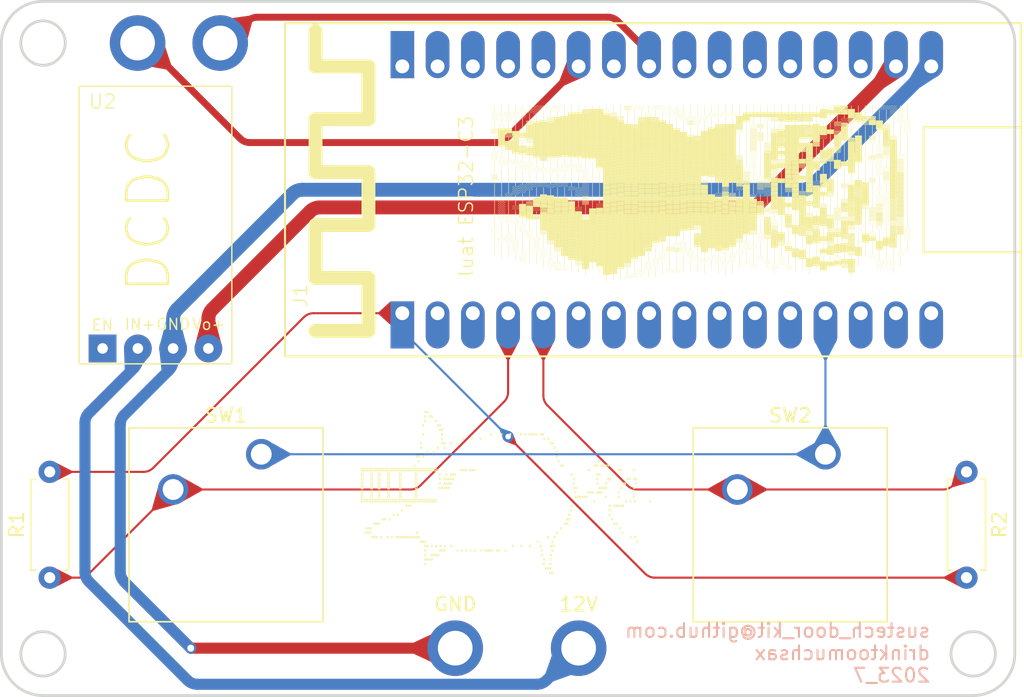
<source format=kicad_pcb>
(kicad_pcb (version 20221018) (generator pcbnew)
  (title_block (title "sustech_door_kit-inModule") (date "2023-07-04") (company "drinktoomuchsax"))
  (layers (0 "F.Cu" signal) (31 "B.Cu" signal) (34 "B.Paste" user) (35 "F.Paste" user) (36 "B.SilkS" user "B.Silkscreen") (37 "F.SilkS" user "F.Silkscreen") (38 "B.Mask" user) (39 "F.Mask" user) (44 "Edge.Cuts" user))
  (net 0 "")
  (net 25 "Net-(J1-GND-Pad1)")
  (net 26 "Net-(J1-GPIO12)")
  (net 27 "Net-(J1-GPIO18)")
  (net 28 "Net-(J1-3V3-Pad13)")
  (net 29 "/lock")
  (net 30 "/open")
  (net 32 "Net-(U2-VO+)")
  (net 33 "Net-(U2-GND)")
  (net 34 "/12v")
  (footprint "Button_Switch_Keyboard:SW_Cherry_MX_1.00u_Plate" (layer "F.Cu") (at 114.3 60.96)
    (fp_text reference "SW2" (at -2.54 -2.794) (layer "F.SilkS"))
    (fp_text value "SW_DIP_x01")
    (fp_line (start -9.525 -1.905) (end 4.445 -1.905) (stroke (width 0.12)) (layer "F.SilkS"))
    (fp_line (start -9.525 12.065) (end -9.525 -1.905) (stroke (width 0.12)) (layer "F.SilkS"))
    (fp_line (start 4.445 -1.905) (end 4.445 12.065) (stroke (width 0.12)) (layer "F.SilkS"))
    (fp_line (start 4.445 12.065) (end -9.525 12.065) (stroke (width 0.12)) (layer "F.SilkS"))
    (pad "" np_thru_hole circle (at -2.54 5.08) (size 4 4) (drill 4) (layers "*.Cu" "*.Mask"))
    (pad "1" thru_hole circle (at 0 0) (size 2.2 2.2) (drill 1.5) (layers "*.Cu" "*.Mask") (net 28 "Net-(J1-3V3-Pad13)"))
    (pad "2" thru_hole circle (at -6.35 2.54) (size 2.2 2.2) (drill 1.5) (layers "*.Cu" "*.Mask") (net 27 "Net-(J1-GPIO18)"))
  )
  (footprint "My_hole:R4R2.5" (layer "F.Cu") (at 64.75 31.34)
    (fp_text reference "REF**" hide)
    (fp_text value "R4R2.5" hide)
    (pad "1" thru_hole circle (at 0 0 180) (size 4 4) (drill 2.5) (layers "*.Cu" "*.Mask") (net 29 "/lock"))
  )
  (footprint "Resistor_THT:R_Axial_DIN0207_L6.3mm_D2.5mm_P7.62mm_Horizontal" (layer "F.Cu") (at 58.42 69.85 90)
    (fp_text reference "R1" (at 3.81 -2.37 90) (layer "F.SilkS"))
    (fp_text value "1M")
    (fp_line (start 0.54 -1.37) (end 7.08 -1.37) (stroke (width 0.12)) (layer "F.SilkS"))
    (fp_line (start 0.54 -1.04) (end 0.54 -1.37) (stroke (width 0.12)) (layer "F.SilkS"))
    (fp_line (start 0.54 1.04) (end 0.54 1.37) (stroke (width 0.12)) (layer "F.SilkS"))
    (fp_line (start 0.54 1.37) (end 7.08 1.37) (stroke (width 0.12)) (layer "F.SilkS"))
    (fp_line (start 7.08 -1.37) (end 7.08 -1.04) (stroke (width 0.12)) (layer "F.SilkS"))
    (fp_line (start 7.08 1.37) (end 7.08 1.04) (stroke (width 0.12)) (layer "F.SilkS"))
    (pad "1" thru_hole circle (at 0 0 90) (size 1.6 1.6) (drill 0.8) (layers "*.Cu" "*.Mask") (net 26 "Net-(J1-GPIO12)"))
    (pad "2" thru_hole oval (at 7.62 0 90) (size 1.6 1.6) (drill 0.8) (layers "*.Cu" "*.Mask") (net 25 "Net-(J1-GND-Pad1)"))
  )
  (footprint "My_hole:R4R2.5" (layer "F.Cu") (at 70.7 31.34)
    (fp_text reference "REF**" hide)
    (fp_text value "R4R2.5" hide)
    (pad "1" thru_hole circle (at 0 0 180) (size 4 4) (drill 2.5) (layers "*.Cu" "*.Mask") (net 30 "/open"))
  )
  (footprint "My_hole:R4R2.5" (layer "F.Cu") (at 96.520707 74.929293)
    (fp_text reference "REF**" hide)
    (fp_text value "R4R2.5" hide)
    (pad "1" thru_hole circle (at 0 0 180) (size 4 4) (drill 2.5) (layers "*.Cu" "*.Mask") (net 34 "/12v"))
  )
  (footprint "Resistor_THT:R_Axial_DIN0207_L6.3mm_D2.5mm_P7.62mm_Horizontal" (layer "F.Cu") (at 124.46 62.23 -90)
    (fp_text reference "R2" (at 3.81 -2.37 90) (layer "F.SilkS"))
    (fp_text value "1M")
    (fp_line (start 0.54 -1.37) (end 7.08 -1.37) (stroke (width 0.12)) (layer "F.SilkS"))
    (fp_line (start 0.54 -1.04) (end 0.54 -1.37) (stroke (width 0.12)) (layer "F.SilkS"))
    (fp_line (start 0.54 1.04) (end 0.54 1.37) (stroke (width 0.12)) (layer "F.SilkS"))
    (fp_line (start 0.54 1.37) (end 7.08 1.37) (stroke (width 0.12)) (layer "F.SilkS"))
    (fp_line (start 7.08 -1.37) (end 7.08 -1.04) (stroke (width 0.12)) (layer "F.SilkS"))
    (fp_line (start 7.08 1.37) (end 7.08 1.04) (stroke (width 0.12)) (layer "F.SilkS"))
    (pad "1" thru_hole circle (at 0 0 270) (size 1.6 1.6) (drill 0.8) (layers "*.Cu" "*.Mask") (net 27 "Net-(J1-GPIO18)"))
    (pad "2" thru_hole oval (at 7.62 0 270) (size 1.6 1.6) (drill 0.8) (layers "*.Cu" "*.Mask") (net 25 "Net-(J1-GND-Pad1)"))
  )
  (footprint "My_hole:R4R2.5" (layer "F.Cu") (at 87.631 74.93)
    (fp_text reference "REF**" hide)
    (fp_text value "R4R2.5" hide)
    (pad "1" thru_hole circle (at 0 0 180) (size 4 4) (drill 2.5) (layers "*.Cu" "*.Mask") (net 33 "Net-(U2-GND)"))
  )
  (footprint "MydevBoard:luat-esp32-c3-devBoard" (layer "F.Cu") (at 128.37 41.91 90)
    (fp_text reference "J1" (at -7.62 -51.9 90 unlocked) (layer "F.SilkS") (effects (font (thickness 0.1))))
    (fp_text value "luat-esp32-c3_socket")
    (fp_text user "luat ESP32-C3" (at -6.35 -39.37 90 unlocked) (layer "F.SilkS") (effects (font (thickness 0.1)) (justify left bottom)))
    (fp_line (start -12 -53) (end -12 0) (stroke (width 0.15)) (layer "F.SilkS"))
    (fp_line (start -12 -53) (end 12 -53) (stroke (width 0.15)) (layer "F.SilkS"))
    (fp_line (start -12 0) (end -5.08 0) (stroke (width 0.15)) (layer "F.SilkS"))
    (fp_line (start -10.16 -50.8) (end -10.16 -46.99) (stroke (width 1)) (layer "F.SilkS"))
    (fp_line (start -10.16 -46.99) (end -6.35 -46.99) (stroke (width 1)) (layer "F.SilkS"))
    (fp_line (start -6.35 -50.8) (end -2.54 -50.8) (stroke (width 1)) (layer "F.SilkS"))
    (fp_line (start -6.35 -46.99) (end -6.35 -50.8) (stroke (width 1)) (layer "F.SilkS"))
    (fp_line (start -5.08 0) (end -3.81 0) (stroke (width 0.15)) (layer "F.SilkS"))
    (fp_line (start -2.54 -50.8) (end -2.54 -46.99) (stroke (width 1)) (layer "F.SilkS"))
    (fp_line (start -2.54 -46.99) (end 1.27 -46.99) (stroke (width 1)) (layer "F.SilkS"))
    (fp_line (start 1.27 -50.8) (end 5.08 -50.8) (stroke (width 1)) (layer "F.SilkS"))
    (fp_line (start 1.27 -46.99) (end 1.27 -50.8) (stroke (width 1)) (layer "F.SilkS"))
    (fp_line (start 5.08 -50.8) (end 5.08 -46.99) (stroke (width 1)) (layer "F.SilkS"))
    (fp_line (start 5.08 -46.99) (end 8.89 -46.99) (stroke (width 1)) (layer "F.SilkS"))
    (fp_line (start 5.08 0) (end 3.81 0) (stroke (width 0.15)) (layer "F.SilkS"))
    (fp_line (start 8.89 -50.8) (end 11.43 -50.8) (stroke (width 1)) (layer "F.SilkS"))
    (fp_line (start 8.89 -46.99) (end 8.89 -50.8) (stroke (width 1)) (layer "F.SilkS"))
    (fp_line (start 12 -53) (end 12 0) (stroke (width 0.15)) (layer "F.SilkS"))
    (fp_line (start 12 0) (end 5.08 0) (stroke (width 0.15)) (layer "F.SilkS"))
    (fp_rect (start -4.5 -7) (end 4.5 0) (stroke (width 0.15)) (fill none) (layer "F.SilkS"))
    (pad "1" thru_hole rect (at -8.89 -44.55 90) (size 3.39 1.7) (drill 1 (offset -0.845 0)) (layers "*.Cu" "*.Mask") (net 25 "Net-(J1-GND-Pad1)"))
    (pad "2" thru_hole oval (at -8.89 -42.01 90) (size 3.39 1.7) (drill 1 (offset -0.845 0)) (layers "*.Cu" "*.Mask"))
    (pad "3" thru_hole oval (at -8.89 -39.47 90) (size 3.39 1.7) (drill 1 (offset -0.845 0)) (layers "*.Cu" "*.Mask"))
    (pad "4" thru_hole oval (at -8.89 -36.93 90) (size 3.39 1.7) (drill 1 (offset -0.845 0)) (layers "*.Cu" "*.Mask") (net 26 "Net-(J1-GPIO12)"))
    (pad "5" thru_hole oval (at -8.89 -34.39 90) (size 3.39 1.7) (drill 1 (offset -0.845 0)) (layers "*.Cu" "*.Mask") (net 27 "Net-(J1-GPIO18)"))
    (pad "6" thru_hole oval (at -8.89 -31.85 90) (size 3.39 1.7) (drill 1 (offset -0.845 0)) (layers "*.Cu" "*.Mask"))
    (pad "7" thru_hole oval (at -8.89 -29.31 90) (size 3.39 1.7) (drill 1 (offset -0.845 0)) (layers "*.Cu" "*.Mask"))
    (pad "8" thru_hole oval (at -8.89 -26.77 90) (size 3.39 1.7) (drill 1 (offset -0.845 0)) (layers "*.Cu" "*.Mask"))
    (pad "9" thru_hole oval (at -8.89 -24.23 90) (size 3.39 1.7) (drill 1 (offset -0.845 0)) (layers "*.Cu" "*.Mask"))
    (pad "10" thru_hole oval (at -8.89 -21.69 90) (size 3.39 1.7) (drill 1 (offset -0.845 0)) (layers "*.Cu" "*.Mask"))
    (pad "11" thru_hole oval (at -8.89 -19.15 90) (size 3.39 1.7) (drill 1 (offset -0.845 0)) (layers "*.Cu" "*.Mask"))
    (pad "12" thru_hole oval (at -8.89 -16.61 90) (size 3.39 1.7) (drill 1 (offset -0.845 0)) (layers "*.Cu" "*.Mask"))
    (pad "13" thru_hole oval (at -8.89 -14.07 90) (size 3.39 1.7) (drill 1 (offset -0.845 0)) (layers "*.Cu" "*.Mask") (net 28 "Net-(J1-3V3-Pad13)"))
    (pad "14" thru_hole oval (at -8.89 -11.53 90) (size 3.39 1.7) (drill 1 (offset -0.845 0)) (layers "*.Cu" "*.Mask"))
    (pad "15" thru_hole oval (at -8.89 -8.99 90) (size 3.39 1.7) (drill 1 (offset -0.845 0)) (layers "*.Cu" "*.Mask"))
    (pad "16" thru_hole oval (at -8.89 -6.45 90) (size 3.39 1.7) (drill 1 (offset -0.845 0)) (layers "*.Cu" "*.Mask"))
    (pad "17" thru_hole rect (at 8.89 -44.55 90) (size 3.39 1.7) (drill 1 (offset 0.845 0)) (layers "*.Cu" "*.Mask"))
    (pad "18" thru_hole oval (at 8.89 -42.01 90) (size 3.39 1.7) (drill 1 (offset 0.845 0)) (layers "*.Cu" "*.Mask"))
    (pad "19" thru_hole oval (at 8.89 -39.47 90) (size 3.39 1.7) (drill 1 (offset 0.845 0)) (layers "*.Cu" "*.Mask"))
    (pad "20" thru_hole oval (at 8.89 -36.93 90) (size 3.39 1.7) (drill 1 (offset 0.845 0)) (layers "*.Cu" "*.Mask"))
    (pad "21" thru_hole oval (at 8.89 -34.39 90) (size 3.39 1.7) (drill 1 (offset 0.845 0)) (layers "*.Cu" "*.Mask"))
    (pad "22" thru_hole oval (at 8.89 -31.85 90) (size 3.39 1.7) (drill 1 (offset 0.845 0)) (layers "*.Cu" "*.Mask") (net 29 "/lock"))
    (pad "23" thru_hole oval (at 8.89 -29.31 90) (size 3.39 1.7) (drill 1 (offset 0.845 0)) (layers "*.Cu" "*.Mask"))
    (pad "24" thru_hole oval (at 8.89 -26.77 90) (size 3.39 1.7) (drill 1 (offset 0.845 0)) (layers "*.Cu" "*.Mask") (net 30 "/open"))
    (pad "25" thru_hole oval (at 8.89 -24.23 90) (size 3.39 1.7) (drill 1 (offset 0.845 0)) (layers "*.Cu" "*.Mask"))
    (pad "26" thru_hole oval (at 8.89 -21.69 90) (size 3.39 1.7) (drill 1 (offset 0.845 0)) (layers "*.Cu" "*.Mask"))
    (pad "27" thru_hole oval (at 8.89 -19.15 90) (size 3.39 1.7) (drill 1 (offset 0.845 0)) (layers "*.Cu" "*.Mask"))
    (pad "28" thru_hole oval (at 8.89 -16.61 90) (size 3.39 1.7) (drill 1 (offset 0.845 0)) (layers "*.Cu" "*.Mask"))
    (pad "29" thru_hole oval (at 8.89 -14.07 90) (size 3.39 1.7) (drill 1 (offset 0.845 0)) (layers "*.Cu" "*.Mask"))
    (pad "30" thru_hole oval (at 8.89 -11.53 90) (size 3.39 1.7) (drill 1 (offset 0.845 0)) (layers "*.Cu" "*.Mask"))
    (pad "31" thru_hole oval (at 8.89 -8.99 90) (size 3.39 1.7) (drill 1 (offset 0.845 0)) (layers "*.Cu" "*.Mask") (net 32 "Net-(U2-VO+)"))
    (pad "32" thru_hole oval (at 8.89 -6.45 90) (size 3.39 1.7) (drill 1 (offset 0.845 0)) (layers "*.Cu" "*.Mask") (net 33 "Net-(U2-GND)"))
  )
  (footprint "My_DCDC:taobaoDCDC" (layer "F.Cu") (at 66.04 44.45)
    (fp_text reference "U2" (at -3.81 -8.89 unlocked) (layer "F.SilkS") (effects (font (thickness 0.1))))
    (fp_text value "~")
    (fp_text user "IN+" (at -2.286 7.62 unlocked) (layer "F.SilkS") (effects (font (size 0.8 0.8) (thickness 0.1)) (justify left bottom)))
    (fp_text user "GND" (at 0 7.62 unlocked) (layer "F.SilkS") (effects (font (size 0.8 0.8) (thickness 0.1)) (justify left bottom)))
    (fp_text user "Vo+" (at 2.565 7.62 unlocked) (layer "F.SilkS") (effects (font (size 0.8 0.8) (thickness 0.1)) (justify left bottom)))
    (fp_text user "EN" (at -4.6736 7.6708 unlocked) (layer "F.SilkS") (effects (font (size 0.8 0.8) (thickness 0.1)) (justify left bottom)))
    (fp_text user "DCDC" (at 1.27 5.08 90 unlocked) (layer "F.SilkS") (effects (font (size 3 3) (thickness 0.2)) (justify left bottom)))
    (fp_rect (start -5.5 10) (end 5.5 -10) (stroke (width 0.1)) (fill none) (layer "F.SilkS"))
    (pad "1" thru_hole rect (at -3.81 8.89 180) (size 2 2) (drill 0.762) (layers "*.Cu" "*.Mask"))
    (pad "2" thru_hole circle (at -1.27 8.89 180) (size 2 2) (drill 0.762) (layers "*.Cu" "*.Mask") (net 34 "/12v"))
    (pad "3" thru_hole circle (at 1.27 8.89 180) (size 2 2) (drill 0.762) (layers "*.Cu" "*.Mask") (net 33 "Net-(U2-GND)"))
    (pad "4" thru_hole circle (at 3.81 8.89 180) (size 2 2) (drill 0.762) (layers "*.Cu" "*.Mask") (net 32 "Net-(U2-VO+)"))
  )
  (footprint "Button_Switch_Keyboard:SW_Cherry_MX_1.00u_Plate" (layer "F.Cu") (at 73.66 60.96)
    (fp_text reference "SW1" (at -2.54 -2.794) (layer "F.SilkS"))
    (fp_text value "SW_DIP_x01")
    (fp_line (start -9.525 -1.905) (end 4.445 -1.905) (stroke (width 0.12)) (layer "F.SilkS"))
    (fp_line (start -9.525 12.065) (end -9.525 -1.905) (stroke (width 0.12)) (layer "F.SilkS"))
    (fp_line (start 4.445 -1.905) (end 4.445 12.065) (stroke (width 0.12)) (layer "F.SilkS"))
    (fp_line (start 4.445 12.065) (end -9.525 12.065) (stroke (width 0.12)) (layer "F.SilkS"))
    (pad "" np_thru_hole circle (at -2.54 5.08) (size 4 4) (drill 4) (layers "*.Cu" "*.Mask"))
    (pad "1" thru_hole circle (at 0 0) (size 2.2 2.2) (drill 1.5) (layers "*.Cu" "*.Mask") (net 28 "Net-(J1-3V3-Pad13)"))
    (pad "2" thru_hole circle (at -6.35 2.54) (size 2.2 2.2) (drill 1.5) (layers "*.Cu" "*.Mask") (net 26 "Net-(J1-GPIO12)"))
  )
  (gr_arc (start 57.94 78.34) (mid 55.81868 77.46132) (end 54.94 75.34) (stroke (width 0.2)) (layer "Edge.Cuts"))
  (gr_arc (start 54.94 31.34) (mid 55.81868 29.21868) (end 57.94 28.34) (stroke (width 0.2)) (layer "Edge.Cuts"))
  (gr_arc (start 127.94 75.34) (mid 127.06132 77.46132) (end 124.94 78.34) (stroke (width 0.2)) (layer "Edge.Cuts"))
  (gr_line (start 57.94 78.34) (end 124.94 78.34) (stroke (width 0.2)) (layer "Edge.Cuts"))
  (gr_circle (center 57.94 31.34) (end 59.54 31.34) (stroke (width 0.2)) (fill none) (layer "Edge.Cuts"))
  (gr_line (start 124.94 28.34) (end 57.94 28.34) (stroke (width 0.2)) (layer "Edge.Cuts"))
  (gr_circle (center 57.94 75.34) (end 59.54 75.34) (stroke (width 0.2)) (fill none) (layer "Edge.Cuts"))
  (gr_circle (center 124.94 75.34) (end 126.54 75.34) (stroke (width 0.2)) (fill none) (layer "Edge.Cuts"))
  (gr_arc (start 124.94 28.34) (mid 127.06132 29.21868) (end 127.94 31.34) (stroke (width 0.2)) (layer "Edge.Cuts"))
  (gr_line (start 127.94 75.34) (end 127.94 31.34) (stroke (width 0.2)) (layer "Edge.Cuts"))
  (gr_line (start 54.94 31.34) (end 54.94 75.34) (stroke (width 0.2)) (layer "Edge.Cuts"))
  (gr_text "sustech_door_kit@github.com\ndrinktoomuchsax\n2023_7" (at 121.92 77.47) (layer "B.SilkS") (effects (font (size 1 1)) (justify left bottom mirror)))
  (gr_text "────░░░───────────────────────────░░░───\n─░░░─────────░▒▒▒▓▓▓▓▓▓▓▓▓▓▒▒▓▓─────░───\n░░──────▒█████████████▓▓▓▓▓▒▓▓██▓────░──\n░────▒███▓▒▒░──░▒▒░──░░░░░░░────██────░─\n░───██░───░░▒░░░░───░─░░▒▒▓▓▒░───██───░░\n───▓█───▒░───▒░────▒───────▒▒▒░──░█────░\n───█▒─────────░──────▓████▒───────██────\n──██────██████─────██▓▓█████▓─░────██───\n─██▒░───▓███████──░████▓█▓▒█▒─▓▓▓█▒─██▓─\n▓█─░▓██▓──────█─────▒───▒█▓░▒███▓░██──█▒\n██──▒░▒███▒──██───────────▒▒▒──▒█──██─░█\n░█─░──█────██▓─────▓██▒─────▒██▒██▒▓█──█\n─██░─██░───██▓───██▓░█──▒████───█░─█░─██\n──█──████▓───▒██───░████▓░─██▒███────██─\n──█▓─█▓█░███████████▒░█──▒███▒██────██──\n──█▓─███░█▓──█▒─░█───▒███████▓█────██───\n──██─███████████████████───░██────▓█────\n──██─██████████████▒───█──██▓────░█░───░\n──█▓─░██▓█─█─▒█───█────████─────██▒───░░\n──█▒──▒██████▒█▒▒███████▒──░▒▓███─────░─\n──█░──────▒▒██████▒▒░░──░▒░▓███▒──────░─\n──█──▒─▒▒──────────░▒▒░──▓██░────░░────░\n──█──░▒▒▒▒▒░░─░─░─░───░███████▒───░────░\n──██─────────────░▒▒▓███████████──░░───░\n───██▓░──────▒▓████▓░──█████████▒──░────\n──░──█████████████───▒▓██████████──░░───\n──░──██████████████▒▓████████████░──░───\n──░──▓███████████▓───░███████████▓──░───\n──░───███████████─────████████████──░───\n───░───██████████░▒███████████████──░───\n───░░───▓███████████████████▒─▓██───░───\n───░▒───█████████████████████──────░░───\n──░░───██████████████████████───░░░─────\n─░░───████████████████████████──░▒─────░\n─░───█████████████████████████───▒─────░\n░───██████████████████████████▓───░░────\n░──▓███████████████████████████░───░░───\n──░█████████████████████████████▓───░░──\n░──▓██████████████████████████████────░─\n░────▓█████████████████████████████░───░\n▒────███████████████████████████████▒──░\n───▒█████████████████████████████████───\n──▒███████████████████████████████████──\n─░████████████████████████████████████──\n─█████████████░─────────░█████████████░─\n─███████████░─────────────████████████──\n─▓██████████───░░░░░░▒▒───▒███████████──\n──██████████──░░────░░───░███████████▒──\n──██████████──░─────░───█████████████───\n───█████████──░░───░───█████████████───░\n░──█████████───░───░───███████████▒───░░\n░──▒████████░──░───░──██████████▒────░░─\n░───████████▓──░───░──███▓████▒────░░───\n░░──████████───░───░───██░─▓─────░░░────\n─░──▒███▒─█▓──░░───░░───▒███───░░───────\n─░░───░█░─▓█──░░────░░───███──░░──────░░\n──░────█▓███──░──────░░───░───░────░░░──\n──░░──█▒─██───░────────░─────░░───░░────\n──░──░████───░░─────────░░░░░─────░─────\n──░░──▒░────░░────▒░─────────────░──────\n" (at 90.27 35.84 270) (layer "F.SilkS") (effects (font (size 0.3 0.3) (thickness 0.075)) (justify left bottom)))
  (gr_text "GND" (at 86.019691 72.35) (layer "F.SilkS") (effects (font (size 1 1)) (justify left bottom)))
  (gr_text "12V" (at 95.052255 72.35) (layer "F.SilkS") (effects (font (size 1 1)) (justify left bottom)))
  (gr_text "                              xx\n                              x xx\n                              x    x\n                             x      xx\n                                     xx\n                             x        x                      x    x   x    x x xxxx xx\n                                      x         x   x   x                             x x\n                            x         xx  x  x                                           xx\n                            x       x  x                                                   x\n                               x  x                                                         x\n                          xx x                                                              x\n                           x                                                                 x                  x\n                         x                                                                    xx              xx xxxx\n┌───┬──┬───┬────┬──────┐x          xxx xxx                                                     x             xx     x\n│   │  │   │    │      │          x  x xxx                                                      x           xx     x\n│   │  │   │    │      │          x xxxxx                                                        x          x    xx       xx xx\n│   │  │   │    │      │          x xxxx                                                         x          x   x       xx    x\n│   │  │   │    │      │          xxxxx                                                          xx          xxxx      x     x\n│   │  │   │    │      │                                                                          x     xxx xxx       x      x\n│   │  │   │    │      │                                                                          xxxxxx        x     x      x\n└───┴──┴───┴────┴──────┘                                                                          x              x x x      x\n                     xxx                                                                           x                 x xxxxx\n                   x                                                                               x                 x\n               x x                                                                                x                  x\n          xx x                                                                                   xx                   x\n      xxx                                                                                       xx                     xx\n  xxx                                                                                         x                           x\n  xxx                     x                                                                 x                              x\n     xxx x  x x xxxxxxxxxxx                                                            x  x                                   x x\n                            xxx                                                    x      x                                       x\n                              xx x x x x  x                            x   x   x    x    xx\n                              x      xxx     x x x x x  x xxxx xx  x                x    x\n                              x  xxxx                                                x   x\n                              xxxx                                                    x  x\n                              x                                                       x  x\n                                                                                       xxx\n                                                                                         xx" (at 80.78 69.6) (layer "F.SilkS") (effects (font (size 0.2 0.2) (thickness 0.05)) (justify left bottom)))
  (segment (start 101.307107 69.557107) (end 91.44 59.69) (width 0.15) (layer "F.Cu") (net 25))
  (segment (start 77.434214 50.8) (end 83.82 50.8) (width 0.15) (layer "F.Cu") (net 25))
  (segment (start 65.882893 61.937107) (end 76.727107 51.092893) (width 0.15) (layer "F.Cu") (net 25))
  (segment (start 124.46 69.85) (end 102.014214 69.85) (width 0.15) (layer "F.Cu") (net 25))
  (segment (start 58.42 62.23) (end 65.175786 62.23) (width 0.15) (layer "F.Cu") (net 25))
  (via (at 91.44 59.69) (size 0.8) (drill 0.4) (layers "F.Cu" "B.Cu") (net 25))
  (arc (start 76.727107 51.092893) (mid 77.05153 50.87612) (end 77.434214 50.8) (width 0.15) (layer "F.Cu") (net 25))
  (arc (start 65.882893 61.937107) (mid 65.55847 62.15388) (end 65.175786 62.23) (width 0.15) (layer "F.Cu") (net 25))
  (arc (start 102.014214 69.85) (mid 101.631531 69.77388) (end 101.307107 69.557107) (width 0.15) (layer "F.Cu") (net 25))
  (segment (start 91.44 59.69) (end 84.112893 52.362893) (width 0.15) (layer "B.Cu") (net 25))
  (segment (start 83.82 51.655786) (end 83.82 50.8) (width 0.15) (layer "B.Cu") (net 25))
  (arc (start 84.112893 52.362893) (mid 83.89612 52.03847) (end 83.82 51.655786) (width 0.15) (layer "B.Cu") (net 25))
  (segment (start 67.31 63.5) (end 84.415786 63.5) (width 0.15) (layer "F.Cu") (net 26))
  (segment (start 91.44 56.475786) (end 91.44 50.8) (width 0.15) (layer "F.Cu") (net 26))
  (segment (start 85.122893 63.207107) (end 91.147107 57.182893) (width 0.15) (layer "F.Cu") (net 26))
  (segment (start 61.252893 69.557107) (end 67.31 63.5) (width 0.15) (layer "F.Cu") (net 26))
  (segment (start 58.42 69.85) (end 60.545786 69.85) (width 0.15) (layer "F.Cu") (net 26))
  (arc (start 84.415786 63.5) (mid 84.798469 63.42388) (end 85.122893 63.207107) (width 0.15) (layer "F.Cu") (net 26))
  (arc (start 60.545786 69.85) (mid 60.928469 69.77388) (end 61.252893 69.557107) (width 0.15) (layer "F.Cu") (net 26))
  (arc (start 91.147107 57.182893) (mid 91.36388 56.85847) (end 91.44 56.475786) (width 0.15) (layer "F.Cu") (net 26))
  (segment (start 107.95 63.5) (end 122.775786 63.5) (width 0.15) (layer "F.Cu") (net 27))
  (segment (start 123.482893 63.207107) (end 124.46 62.23) (width 0.15) (layer "F.Cu") (net 27))
  (segment (start 107.95 63.5) (end 100.744214 63.5) (width 0.15) (layer "F.Cu") (net 27))
  (segment (start 93.98 56.735786) (end 93.98 50.8) (width 0.15) (layer "F.Cu") (net 27))
  (segment (start 100.037107 63.207107) (end 94.272893 57.442893) (width 0.15) (layer "F.Cu") (net 27))
  (arc (start 94.272893 57.442893) (mid 94.05612 57.11847) (end 93.98 56.735786) (width 0.15) (layer "F.Cu") (net 27))
  (arc (start 100.744214 63.5) (mid 100.361531 63.42388) (end 100.037107 63.207107) (width 0.15) (layer "F.Cu") (net 27))
  (arc (start 123.482893 63.207107) (mid 123.15847 63.42388) (end 122.775786 63.5) (width 0.15) (layer "F.Cu") (net 27))
  (segment (start 73.66 60.96) (end 114.3 60.96) (width 0.15) (layer "B.Cu") (net 28))
  (segment (start 114.3 51.645) (end 114.3 60.96) (width 0.15) (layer "B.Cu") (net 28))
  (segment (start 65.26 31.34) (end 72.137107 38.217107) (width 0.5) (layer "F.Cu") (net 29))
  (segment (start 91.322893 38.217107) (end 96.52 33.02) (width 0.5) (layer "F.Cu") (net 29))
  (segment (start 72.844214 38.51) (end 90.615786 38.51) (width 0.5) (layer "F.Cu") (net 29))
  (arc (start 72.137107 38.217107) (mid 72.46153 38.43388) (end 72.844214 38.51) (width 0.5) (layer "F.Cu") (net 29))
  (arc (start 91.322893 38.217107) (mid 90.99847 38.43388) (end 90.615786 38.51) (width 0.5) (layer "F.Cu") (net 29))
  (segment (start 71.11 31.34) (end 72.677107 29.772893) (width 0.5) (layer "F.Cu") (net 30))
  (segment (start 99.341371 29.772893) (end 101.6 32.031522) (width 0.5) (layer "F.Cu") (net 30))
  (segment (start 101.6 32.031522) (end 101.6 32.175) (width 0.5) (layer "F.Cu") (net 30))
  (segment (start 73.384214 29.48) (end 98.634264 29.48) (width 0.5) (layer "F.Cu") (net 30))
  (segment (start 101.6 32.175) (end 101.6 33.02) (width 0.15) (layer "F.Cu") (net 30))
  (arc (start 73.384214 29.48) (mid 73.001531 29.55612) (end 72.677107 29.772893) (width 0.5) (layer "F.Cu") (net 30))
  (arc (start 98.634264 29.48) (mid 99.016947 29.55612) (end 99.341371 29.772893) (width 0.5) (layer "F.Cu") (net 30))
  (segment (start 77.884214 43.18) (end 108.805786 43.18) (width 1) (layer "F.Cu") (net 32))
  (segment (start 70.142893 50.507107) (end 77.177107 43.472893) (width 1) (layer "F.Cu") (net 32))
  (segment (start 69.85 53.34) (end 69.85 51.214214) (width 1) (layer "F.Cu") (net 32))
  (segment (start 109.512893 42.887107) (end 119.38 33.02) (width 1) (layer "F.Cu") (net 32))
  (arc (start 77.884214 43.18) (mid 77.501531 43.25612) (end 77.177107 43.472893) (width 1) (layer "F.Cu") (net 32))
  (arc (start 108.805786 43.18) (mid 109.188469 43.10388) (end 109.512893 42.887107) (width 1) (layer "F.Cu") (net 32))
  (arc (start 69.85 51.214214) (mid 69.92612 50.831531) (end 70.142893 50.507107) (width 1) (layer "F.Cu") (net 32))
  (segment (start 87.63 74.93) (end 68.58 74.93) (width 0.8) (layer "F.Cu") (net 33))
  (via (at 68.58 74.93) (size 0.8) (drill 0.5) (layers "F.Cu" "B.Cu") (net 33))
  (segment (start 76.614214 41.91) (end 112.615786 41.91) (width 1) (layer "B.Cu") (net 33))
  (segment (start 113.322893 41.617107) (end 121.92 33.02) (width 1) (layer "B.Cu") (net 33))
  (segment (start 67.602893 50.507107) (end 75.907107 42.202893) (width 1) (layer "B.Cu") (net 33))
  (segment (start 63.792893 58.127107) (end 67.017107 54.902893) (width 0.8) (layer "B.Cu") (net 33))
  (segment (start 67.31 54.195786) (end 67.31 53.34) (width 0.8) (layer "B.Cu") (net 33))
  (segment (start 63.5 69.435786) (end 63.5 58.834214) (width 0.8) (layer "B.Cu") (net 33))
  (segment (start 67.31 53.34) (end 67.31 51.214214) (width 1) (layer "B.Cu") (net 33))
  (segment (start 68.58 74.93) (end 63.792893 70.142893) (width 0.8) (layer "B.Cu") (net 33))
  (arc (start 75.907107 42.202893) (mid 76.23153 41.98612) (end 76.614214 41.91) (width 1) (layer "B.Cu") (net 33))
  (arc (start 67.31 51.214214) (mid 67.38612 50.831531) (end 67.602893 50.507107) (width 1) (layer "B.Cu") (net 33))
  (arc (start 112.615786 41.91) (mid 112.998469 41.83388) (end 113.322893 41.617107) (width 1) (layer "B.Cu") (net 33))
  (arc (start 63.5 58.834214) (mid 63.57612 58.451531) (end 63.792893 58.127107) (width 0.8) (layer "B.Cu") (net 33))
  (arc (start 63.5 69.435786) (mid 63.57612 69.818469) (end 63.792893 70.142893) (width 0.8) (layer "B.Cu") (net 33))
  (arc (start 67.31 54.195786) (mid 67.23388 54.578469) (end 67.017107 54.902893) (width 0.8) (layer "B.Cu") (net 33))
  (segment (start 93.505786 77.53) (end 69.054214 77.53) (width 0.8) (layer "B.Cu") (net 34))
  (segment (start 68.347107 77.237107) (end 61.252893 70.142893) (width 0.8) (layer "B.Cu") (net 34))
  (segment (start 64.77 54.051572) (end 64.77 53.34) (width 0.8) (layer "B.Cu") (net 34))
  (segment (start 61.252893 57.982893) (end 64.477107 54.758679) (width 0.8) (layer "B.Cu") (net 34))
  (segment (start 96.52 74.93) (end 94.212893 77.237107) (width 0.8) (layer "B.Cu") (net 34))
  (segment (start 60.96 69.435786) (end 60.96 58.69) (width 0.8) (layer "B.Cu") (net 34))
  (arc (start 94.212893 77.237107) (mid 93.88847 77.45388) (end 93.505786 77.53) (width 0.8) (layer "B.Cu") (net 34))
  (arc (start 60.96 58.69) (mid 61.03612 58.307317) (end 61.252893 57.982893) (width 0.8) (layer "B.Cu") (net 34))
  (arc (start 64.477107 54.758679) (mid 64.69388 54.434256) (end 64.77 54.051572) (width 0.8) (layer "B.Cu") (net 34))
  (arc (start 60.96 69.435786) (mid 61.03612 69.818469) (end 61.252893 70.142893) (width 0.8) (layer "B.Cu") (net 34))
  (arc (start 68.347107 77.237107) (mid 68.67153 77.45388) (end 69.054214 77.53) (width 0.8) (layer "B.Cu") (net 34))
)
</source>
